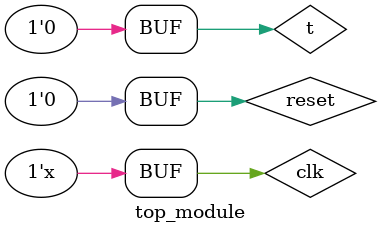
<source format=v>
module top_module ();

reg t;
reg clk;
reg reset;

wire q;

initial begin
    clk = 1'b0;
    reset <= 1'b1;
    t <= 1'b0;
    #20
    reset <= 1'b0;
    #20
    t <= 1'b1;
    #20
    t <= 1'b0;
end

always #10 clk = ~ clk;

tff  tff_inst(
    .clk     (clk  )   ,
    .reset   (reset)   ,   // active-high synchronous reset
    .t       (t    )   ,       // toggle
    . q      ( q   )   
);

endmodule

</source>
